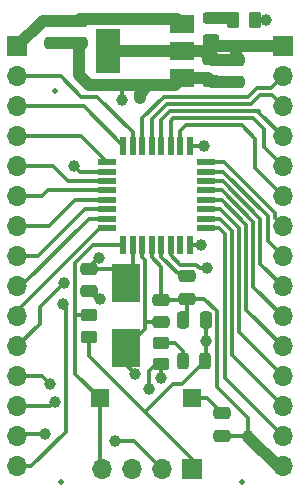
<source format=gbr>
%TF.GenerationSoftware,KiCad,Pcbnew,(6.0.0)*%
%TF.CreationDate,2022-05-02T13:28:23+02:00*%
%TF.ProjectId,STM8_Breakout-board,53544d38-5f42-4726-9561-6b6f75742d62,rev?*%
%TF.SameCoordinates,PX7e5ca20PY62fdcc0*%
%TF.FileFunction,Copper,L1,Top*%
%TF.FilePolarity,Positive*%
%FSLAX46Y46*%
G04 Gerber Fmt 4.6, Leading zero omitted, Abs format (unit mm)*
G04 Created by KiCad (PCBNEW (6.0.0)) date 2022-05-02 13:28:23*
%MOMM*%
%LPD*%
G01*
G04 APERTURE LIST*
G04 Aperture macros list*
%AMRoundRect*
0 Rectangle with rounded corners*
0 $1 Rounding radius*
0 $2 $3 $4 $5 $6 $7 $8 $9 X,Y pos of 4 corners*
0 Add a 4 corners polygon primitive as box body*
4,1,4,$2,$3,$4,$5,$6,$7,$8,$9,$2,$3,0*
0 Add four circle primitives for the rounded corners*
1,1,$1+$1,$2,$3*
1,1,$1+$1,$4,$5*
1,1,$1+$1,$6,$7*
1,1,$1+$1,$8,$9*
0 Add four rect primitives between the rounded corners*
20,1,$1+$1,$2,$3,$4,$5,0*
20,1,$1+$1,$4,$5,$6,$7,0*
20,1,$1+$1,$6,$7,$8,$9,0*
20,1,$1+$1,$8,$9,$2,$3,0*%
G04 Aperture macros list end*
%TA.AperFunction,SMDPad,CuDef*%
%ADD10C,0.500000*%
%TD*%
%TA.AperFunction,SMDPad,CuDef*%
%ADD11RoundRect,0.250000X-0.450000X0.262500X-0.450000X-0.262500X0.450000X-0.262500X0.450000X0.262500X0*%
%TD*%
%TA.AperFunction,SMDPad,CuDef*%
%ADD12RoundRect,0.250000X-0.475000X0.250000X-0.475000X-0.250000X0.475000X-0.250000X0.475000X0.250000X0*%
%TD*%
%TA.AperFunction,SMDPad,CuDef*%
%ADD13RoundRect,0.243750X-0.243750X-0.456250X0.243750X-0.456250X0.243750X0.456250X-0.243750X0.456250X0*%
%TD*%
%TA.AperFunction,SMDPad,CuDef*%
%ADD14RoundRect,0.250000X0.450000X-0.262500X0.450000X0.262500X-0.450000X0.262500X-0.450000X-0.262500X0*%
%TD*%
%TA.AperFunction,SMDPad,CuDef*%
%ADD15RoundRect,0.250000X-0.262500X-0.450000X0.262500X-0.450000X0.262500X0.450000X-0.262500X0.450000X0*%
%TD*%
%TA.AperFunction,SMDPad,CuDef*%
%ADD16RoundRect,0.243750X-0.456250X0.243750X-0.456250X-0.243750X0.456250X-0.243750X0.456250X0.243750X0*%
%TD*%
%TA.AperFunction,SMDPad,CuDef*%
%ADD17R,0.550000X1.500000*%
%TD*%
%TA.AperFunction,SMDPad,CuDef*%
%ADD18R,1.500000X0.550000*%
%TD*%
%TA.AperFunction,SMDPad,CuDef*%
%ADD19RoundRect,0.250000X0.250000X0.475000X-0.250000X0.475000X-0.250000X-0.475000X0.250000X-0.475000X0*%
%TD*%
%TA.AperFunction,SMDPad,CuDef*%
%ADD20R,2.000000X1.500000*%
%TD*%
%TA.AperFunction,SMDPad,CuDef*%
%ADD21R,2.000000X3.800000*%
%TD*%
%TA.AperFunction,SMDPad,CuDef*%
%ADD22RoundRect,0.250000X0.475000X-0.250000X0.475000X0.250000X-0.475000X0.250000X-0.475000X-0.250000X0*%
%TD*%
%TA.AperFunction,SMDPad,CuDef*%
%ADD23R,1.500000X1.500000*%
%TD*%
%TA.AperFunction,SMDPad,CuDef*%
%ADD24R,2.400000X3.325000*%
%TD*%
%TA.AperFunction,ComponentPad*%
%ADD25R,1.700000X1.700000*%
%TD*%
%TA.AperFunction,ComponentPad*%
%ADD26O,1.700000X1.700000*%
%TD*%
%TA.AperFunction,ViaPad*%
%ADD27C,1.000000*%
%TD*%
%TA.AperFunction,Conductor*%
%ADD28C,0.300000*%
%TD*%
%TA.AperFunction,Conductor*%
%ADD29C,1.000000*%
%TD*%
G04 APERTURE END LIST*
D10*
%TO.P,REF\u002A\u002A,*%
%TO.N,*%
X20500000Y1500000D03*
%TD*%
D11*
%TO.P,R3,1*%
%TO.N,Net-(D2-Pad1)*%
X13700000Y13312500D03*
%TO.P,R3,2*%
%TO.N,PE5*%
X13700000Y11487500D03*
%TD*%
D12*
%TO.P,C7,1*%
%TO.N,+5V*%
X4500000Y40550000D03*
%TO.P,C7,2*%
%TO.N,GND*%
X4500000Y38650000D03*
%TD*%
D10*
%TO.P,REF\u002A\u002A,*%
%TO.N,*%
X4700000Y34600000D03*
%TD*%
D13*
%TO.P,D2,1,K*%
%TO.N,Net-(D2-Pad1)*%
X15562500Y11800000D03*
%TO.P,D2,2,A*%
%TO.N,+3V3*%
X17437500Y11800000D03*
%TD*%
D14*
%TO.P,R1,1*%
%TO.N,+3V3*%
X7600000Y13800000D03*
%TO.P,R1,2*%
%TO.N,NRST*%
X7600000Y15625000D03*
%TD*%
D15*
%TO.P,R2,1*%
%TO.N,Net-(D1-Pad1)*%
X19787500Y40600000D03*
%TO.P,R2,2*%
%TO.N,GND*%
X21612500Y40600000D03*
%TD*%
D12*
%TO.P,C2,1*%
%TO.N,XTAL_A*%
X7600000Y19550000D03*
%TO.P,C2,2*%
%TO.N,GND*%
X7600000Y17650000D03*
%TD*%
%TO.P,C6,1*%
%TO.N,+5V*%
X6700000Y40550000D03*
%TO.P,C6,2*%
%TO.N,GND*%
X6700000Y38650000D03*
%TD*%
%TO.P,C8,1*%
%TO.N,+3V3*%
X17900000Y37350000D03*
%TO.P,C8,2*%
%TO.N,GND*%
X17900000Y35450000D03*
%TD*%
D16*
%TO.P,D1,1,K*%
%TO.N,Net-(D1-Pad1)*%
X17900000Y40837500D03*
%TO.P,D1,2,A*%
%TO.N,+3V3*%
X17900000Y38962500D03*
%TD*%
D10*
%TO.P,REF\u002A\u002A,*%
%TO.N,*%
X5200000Y1500000D03*
%TD*%
D12*
%TO.P,C1,1*%
%TO.N,Net-(C1-Pad1)*%
X18800000Y7350000D03*
%TO.P,C1,2*%
%TO.N,GND*%
X18800000Y5450000D03*
%TD*%
D17*
%TO.P,U1,1,NRST*%
%TO.N,NRST*%
X10500000Y21600000D03*
%TO.P,U1,2,OSCIN/PA1*%
%TO.N,XTAL_A*%
X11300000Y21600000D03*
%TO.P,U1,3,OSCOUT/PA2*%
%TO.N,XTAL_B*%
X12100000Y21600000D03*
%TO.P,U1,4,VSS*%
%TO.N,GND*%
X12900000Y21600000D03*
%TO.P,U1,5,VCAP*%
%TO.N,Net-(C4-Pad1)*%
X13700000Y21600000D03*
%TO.P,U1,6,VDD*%
%TO.N,+3V3*%
X14500000Y21600000D03*
%TO.P,U1,7,PA3/TIM2_CH3[SPI_NSS]*%
%TO.N,unconnected-(U1-Pad7)*%
X15300000Y21600000D03*
%TO.P,U1,8,PF4*%
%TO.N,PF4*%
X16100000Y21600000D03*
D18*
%TO.P,U1,9,PB7*%
%TO.N,PB7*%
X17500000Y23000000D03*
%TO.P,U1,10,PB6*%
%TO.N,PB6*%
X17500000Y23800000D03*
%TO.P,U1,11,PB5/I2C_SDA*%
%TO.N,PB5*%
X17500000Y24600000D03*
%TO.P,U1,12,PB4/I2C_SCL*%
%TO.N,PB4*%
X17500000Y25400000D03*
%TO.P,U1,13,PB3/AIN3/TIM1_ETR*%
%TO.N,PB3*%
X17500000Y26200000D03*
%TO.P,U1,14,PB2/AIN2/TIM1_CH3N*%
%TO.N,PB2*%
X17500000Y27000000D03*
%TO.P,U1,15,PB1/AIN1/TIM1_CH2N*%
%TO.N,PB1*%
X17500000Y27800000D03*
%TO.P,U1,16,PB0/AIN0/TIM1_CH1N*%
%TO.N,PB0*%
X17500000Y28600000D03*
D17*
%TO.P,U1,17,PE5/SPI_NSS*%
%TO.N,PE5*%
X16100000Y30000000D03*
%TO.P,U1,18,PC1/TIM1_CH1/UART1_CK*%
%TO.N,PC1*%
X15300000Y30000000D03*
%TO.P,U1,19,PC2/TIM1_CH2*%
%TO.N,PC2*%
X14500000Y30000000D03*
%TO.P,U1,20,PC3/TIM1_CH3*%
%TO.N,PC3*%
X13700000Y30000000D03*
%TO.P,U1,21,PC4/TIM1_CH4/CLK_CCO*%
%TO.N,PC4*%
X12900000Y30000000D03*
%TO.P,U1,22,PC5/SPI_SCK*%
%TO.N,PC5*%
X12100000Y30000000D03*
%TO.P,U1,23,PC6/SPI_MOSI*%
%TO.N,PC6*%
X11300000Y30000000D03*
%TO.P,U1,24,PC7/SPI_MISO*%
%TO.N,PC7*%
X10500000Y30000000D03*
D18*
%TO.P,U1,25,PD0/TIM1_BKIN[CLK_CCO]*%
%TO.N,PD0*%
X9100000Y28600000D03*
%TO.P,U1,26,PD1/SWIM*%
%TO.N,SWIM*%
X9100000Y27800000D03*
%TO.P,U1,27,PD2[TIM2_CH3]*%
%TO.N,PD2*%
X9100000Y27000000D03*
%TO.P,U1,28,PD3/TIM2_CH2/ADC_ETR*%
%TO.N,PD3*%
X9100000Y26200000D03*
%TO.P,U1,29,PD4/BEEP/TIM2_CH1*%
%TO.N,PD4*%
X9100000Y25400000D03*
%TO.P,U1,30,PD5/UART1_TX*%
%TO.N,PD5*%
X9100000Y24600000D03*
%TO.P,U1,31,PD6/UART1_RX*%
%TO.N,PD6*%
X9100000Y23800000D03*
%TO.P,U1,32,PD7/TLI[TIM1_CH4]*%
%TO.N,PD7*%
X9100000Y23000000D03*
%TD*%
D19*
%TO.P,C5,1*%
%TO.N,+3V3*%
X17450000Y15200000D03*
%TO.P,C5,2*%
%TO.N,GND*%
X15550000Y15200000D03*
%TD*%
D20*
%TO.P,U2,1,GND*%
%TO.N,GND*%
X15450000Y35700000D03*
%TO.P,U2,2,VO*%
%TO.N,+3V3*%
X15450000Y38000000D03*
D21*
X9150000Y38000000D03*
D20*
%TO.P,U2,3,VI*%
%TO.N,+5V*%
X15450000Y40300000D03*
%TD*%
D12*
%TO.P,C9,1*%
%TO.N,+3V3*%
X20000000Y37250000D03*
%TO.P,C9,2*%
%TO.N,GND*%
X20000000Y35350000D03*
%TD*%
D22*
%TO.P,C3,1*%
%TO.N,XTAL_B*%
X13700000Y15050000D03*
%TO.P,C3,2*%
%TO.N,GND*%
X13700000Y16950000D03*
%TD*%
D23*
%TO.P,SW1,1,1*%
%TO.N,Net-(C1-Pad1)*%
X16300000Y8600000D03*
%TO.P,SW1,2,2*%
%TO.N,NRST*%
X8500000Y8600000D03*
%TD*%
D12*
%TO.P,C4,1*%
%TO.N,Net-(C4-Pad1)*%
X15900000Y18950000D03*
%TO.P,C4,2*%
%TO.N,GND*%
X15900000Y17050000D03*
%TD*%
D24*
%TO.P,Y1,1,1*%
%TO.N,XTAL_A*%
X10700000Y18362500D03*
%TO.P,Y1,2,2*%
%TO.N,XTAL_B*%
X10700000Y12837500D03*
%TD*%
D25*
%TO.P,J1,1,Pin_1*%
%TO.N,+3V3*%
X24000000Y38420000D03*
D26*
%TO.P,J1,2,Pin_2*%
%TO.N,PC5*%
X24000000Y35880000D03*
%TO.P,J1,3,Pin_3*%
%TO.N,PC4*%
X24000000Y33340000D03*
%TO.P,J1,4,Pin_4*%
%TO.N,PC3*%
X24000000Y30800000D03*
%TO.P,J1,5,Pin_5*%
%TO.N,PC2*%
X24000000Y28260000D03*
%TO.P,J1,6,Pin_6*%
%TO.N,PC1*%
X24000000Y25720000D03*
%TO.P,J1,7,Pin_7*%
%TO.N,PB0*%
X24000000Y23180000D03*
%TO.P,J1,8,Pin_8*%
%TO.N,PB1*%
X24000000Y20640000D03*
%TO.P,J1,9,Pin_9*%
%TO.N,PB2*%
X24000000Y18100000D03*
%TO.P,J1,10,Pin_10*%
%TO.N,PB3*%
X24000000Y15560000D03*
%TO.P,J1,11,Pin_11*%
%TO.N,PB4*%
X24000000Y13020000D03*
%TO.P,J1,12,Pin_12*%
%TO.N,PB5*%
X24000000Y10480000D03*
%TO.P,J1,13,Pin_13*%
%TO.N,PB6*%
X24000000Y7940000D03*
%TO.P,J1,14,Pin_14*%
%TO.N,PB7*%
X24000000Y5400000D03*
%TO.P,J1,15,Pin_15*%
%TO.N,GND*%
X24000000Y2860000D03*
%TD*%
D25*
%TO.P,J2,1,Pin_1*%
%TO.N,+3V3*%
X16300000Y2600000D03*
D26*
%TO.P,J2,2,Pin_2*%
%TO.N,SWIM*%
X13760000Y2600000D03*
%TO.P,J2,3,Pin_3*%
%TO.N,GND*%
X11220000Y2600000D03*
%TO.P,J2,4,Pin_4*%
%TO.N,NRST*%
X8680000Y2600000D03*
%TD*%
D25*
%TO.P,J3,1,Pin_1*%
%TO.N,+5V*%
X1500000Y38400000D03*
D26*
%TO.P,J3,2,Pin_2*%
%TO.N,PC6*%
X1500000Y35860000D03*
%TO.P,J3,3,Pin_3*%
%TO.N,PC7*%
X1500000Y33320000D03*
%TO.P,J3,4,Pin_4*%
%TO.N,PD0*%
X1500000Y30780000D03*
%TO.P,J3,5,Pin_5*%
%TO.N,PD2*%
X1500000Y28240000D03*
%TO.P,J3,6,Pin_6*%
%TO.N,PD3*%
X1500000Y25700000D03*
%TO.P,J3,7,Pin_7*%
%TO.N,PD4*%
X1500000Y23160000D03*
%TO.P,J3,8,Pin_8*%
%TO.N,PD5*%
X1500000Y20620000D03*
%TO.P,J3,9,Pin_9*%
%TO.N,PD6*%
X1500000Y18080000D03*
%TO.P,J3,10,Pin_10*%
%TO.N,PD7*%
X1500000Y15540000D03*
%TO.P,J3,11,Pin_11*%
%TO.N,XTAL_A*%
X1500000Y13000000D03*
%TO.P,J3,12,Pin_12*%
%TO.N,XTAL_B*%
X1500000Y10460000D03*
%TO.P,J3,13,Pin_13*%
%TO.N,PE5*%
X1500000Y7920000D03*
%TO.P,J3,14,Pin_14*%
%TO.N,PF4*%
X1500000Y5380000D03*
%TO.P,J3,15,Pin_15*%
%TO.N,GND*%
X1500000Y2840000D03*
%TD*%
D27*
%TO.N,GND*%
X21050978Y5425978D03*
X10400000Y33900000D03*
X22600000Y40600000D03*
X5337500Y16562500D03*
X11900000Y34000000D03*
X8525000Y16975000D03*
%TO.N,XTAL_A*%
X5425000Y18325000D03*
X8400000Y20500000D03*
%TO.N,XTAL_B*%
X4271494Y9828506D03*
X11500000Y10700000D03*
%TO.N,+3V3*%
X17450000Y13425000D03*
X22220000Y38420000D03*
X17600000Y19600000D03*
%TO.N,SWIM*%
X6325000Y28275000D03*
X9800000Y5000000D03*
%TO.N,PE5*%
X13700000Y10300000D03*
X17300000Y30000000D03*
X4662500Y8262500D03*
X12700000Y9400000D03*
%TO.N,PF4*%
X17050000Y21600000D03*
X3850000Y5600000D03*
%TD*%
D28*
%TO.N,Net-(C1-Pad1)*%
X17550000Y8600000D02*
X16300000Y8600000D01*
X18800000Y7350000D02*
X17550000Y8600000D01*
D29*
%TO.N,GND*%
X6700000Y38650000D02*
X6700000Y35950978D01*
D28*
X21612500Y40600000D02*
X22600000Y40600000D01*
X20951956Y5450000D02*
X21050978Y5350978D01*
X8525000Y16975000D02*
X8275000Y16975000D01*
X15900000Y17050000D02*
X15900000Y15550000D01*
D29*
X11900000Y34400000D02*
X11900000Y34000000D01*
D28*
X18399520Y16000480D02*
X18399520Y9600480D01*
X13700000Y16950000D02*
X15800000Y16950000D01*
X21050978Y6949022D02*
X21050978Y5425978D01*
X2702081Y2840000D02*
X1500000Y2840000D01*
X15800000Y16950000D02*
X15900000Y17050000D01*
D29*
X7550978Y35100000D02*
X10200000Y35100000D01*
D28*
X15900000Y15550000D02*
X15550000Y15200000D01*
D29*
X12600000Y35100000D02*
X14850000Y35100000D01*
D28*
X13700000Y19750000D02*
X13700000Y16950000D01*
D29*
X4500000Y38650000D02*
X6700000Y38650000D01*
X18000000Y35350000D02*
X17900000Y35450000D01*
X6700000Y35950978D02*
X7550978Y35100000D01*
D28*
X10400000Y33900000D02*
X10400000Y34900000D01*
D29*
X10200000Y35100000D02*
X12600000Y35100000D01*
D28*
X5337500Y16562500D02*
X5649501Y16250499D01*
X5649501Y5787420D02*
X2702081Y2840000D01*
X12900000Y21600000D02*
X12900000Y20550000D01*
D29*
X20000000Y35350000D02*
X18000000Y35350000D01*
D28*
X21050978Y5425978D02*
X21050978Y5350978D01*
X10400000Y34900000D02*
X10200000Y35100000D01*
D29*
X14850000Y35100000D02*
X15450000Y35700000D01*
X24000000Y2860000D02*
X23541956Y2860000D01*
X15450000Y35700000D02*
X17650000Y35700000D01*
D28*
X18399520Y9600480D02*
X21050978Y6949022D01*
D29*
X23541956Y2860000D02*
X21050978Y5350978D01*
D28*
X5649501Y16250499D02*
X5649501Y5787420D01*
X18800000Y5450000D02*
X20951956Y5450000D01*
D29*
X12600000Y35100000D02*
X11900000Y34400000D01*
D28*
X8275000Y16975000D02*
X7600000Y17650000D01*
D29*
X17650000Y35700000D02*
X17900000Y35450000D01*
D28*
X17350000Y17050000D02*
X18399520Y16000480D01*
X15900000Y17050000D02*
X17350000Y17050000D01*
X12900000Y20550000D02*
X13700000Y19750000D01*
%TO.N,XTAL_A*%
X5400000Y18300000D02*
X3400000Y16300000D01*
X7600000Y19550000D02*
X7600000Y19700000D01*
X3400000Y14900000D02*
X1500000Y13000000D01*
X11300000Y18962500D02*
X11300000Y21600000D01*
X10700000Y18362500D02*
X11300000Y18962500D01*
X7600000Y19700000D02*
X8400000Y20500000D01*
X9512500Y19550000D02*
X10700000Y18362500D01*
X3400000Y16300000D02*
X3400000Y14900000D01*
X7600000Y19550000D02*
X9512500Y19550000D01*
%TO.N,XTAL_B*%
X1500000Y10460000D02*
X3596013Y10460000D01*
X10700000Y12837500D02*
X10700000Y11500000D01*
X12349511Y20300489D02*
X12100000Y20550000D01*
X12450000Y15050000D02*
X12349511Y14949511D01*
X10700000Y12837500D02*
X12349511Y14487011D01*
X10700000Y11500000D02*
X11500000Y10700000D01*
X12349511Y14949511D02*
X12349511Y20300489D01*
X3596013Y10460000D02*
X4249500Y9806513D01*
X12100000Y20550000D02*
X12100000Y21600000D01*
X12349511Y14487011D02*
X12349511Y14949511D01*
X13700000Y15050000D02*
X12450000Y15050000D01*
%TO.N,Net-(C4-Pad1)*%
X15900000Y18950000D02*
X15347836Y18950000D01*
X13700000Y20597836D02*
X13700000Y21600000D01*
X15347836Y18950000D02*
X13700000Y20597836D01*
%TO.N,+3V3*%
X12337989Y7437989D02*
X16300000Y3475978D01*
D29*
X20000000Y38300000D02*
X20120000Y38420000D01*
X17900000Y38962500D02*
X17900000Y38200000D01*
D28*
X17450000Y11812500D02*
X17437500Y11800000D01*
X16664270Y19900000D02*
X16964270Y19600000D01*
X17450000Y13425000D02*
X17450000Y11812500D01*
D29*
X18000000Y37250000D02*
X17900000Y37350000D01*
D28*
X7600000Y13800000D02*
X7600000Y12175978D01*
D29*
X24000000Y38420000D02*
X22220000Y38420000D01*
D28*
X14699511Y9799511D02*
X12337989Y7437989D01*
D29*
X20120000Y38420000D02*
X18120000Y38420000D01*
X17762500Y37487500D02*
X17900000Y37350000D01*
X18120000Y38420000D02*
X17900000Y38200000D01*
D28*
X14500000Y21600000D02*
X14500000Y20700000D01*
D29*
X22220000Y38420000D02*
X20120000Y38420000D01*
X15450000Y38000000D02*
X17250000Y38000000D01*
X17250000Y38000000D02*
X17900000Y37350000D01*
D28*
X15437011Y9799511D02*
X14699511Y9799511D01*
D29*
X20000000Y37250000D02*
X20000000Y38300000D01*
D28*
X14500000Y20700000D02*
X15300000Y19900000D01*
X17450000Y13550000D02*
X17450000Y13425000D01*
X7600000Y12175978D02*
X12337989Y7437989D01*
X15300000Y19900000D02*
X16664270Y19900000D01*
X16964270Y19600000D02*
X17600000Y19600000D01*
X17437500Y11800000D02*
X15437011Y9799511D01*
X16300000Y3475978D02*
X16300000Y2600000D01*
D29*
X17900000Y38200000D02*
X17900000Y37350000D01*
X9150000Y38000000D02*
X15450000Y38000000D01*
D28*
X17450000Y15200000D02*
X17450000Y13550000D01*
D29*
X20000000Y37250000D02*
X18000000Y37250000D01*
%TO.N,+5V*%
X1500000Y38400000D02*
X3650000Y40550000D01*
X6700000Y40550000D02*
X6849511Y40699511D01*
X15050489Y40699511D02*
X15450000Y40300000D01*
X4500000Y40550000D02*
X6700000Y40550000D01*
X3650000Y40550000D02*
X4500000Y40550000D01*
X6849511Y40699511D02*
X15050489Y40699511D01*
%TO.N,Net-(D1-Pad1)*%
X17900000Y40837500D02*
X19550000Y40837500D01*
X19550000Y40837500D02*
X19787500Y40600000D01*
D28*
%TO.N,Net-(D2-Pad1)*%
X14887500Y13312500D02*
X15562500Y12637500D01*
X13700000Y13312500D02*
X14887500Y13312500D01*
X15562500Y12637500D02*
X15562500Y11800000D01*
%TO.N,PB0*%
X23298042Y23881958D02*
X24000000Y23180000D01*
X23298043Y24293300D02*
X23298042Y23881958D01*
X18991343Y28600000D02*
X23298043Y24293300D01*
X17500000Y28600000D02*
X18991343Y28600000D01*
%TO.N,PB1*%
X18943508Y27800000D02*
X22698532Y24044976D01*
X17500000Y27800000D02*
X18943508Y27800000D01*
X22698530Y21941470D02*
X24000000Y20640000D01*
X22698532Y24044976D02*
X22698530Y21941470D01*
%TO.N,PB2*%
X18895672Y27000000D02*
X22099021Y23796651D01*
X17500000Y27000000D02*
X18895672Y27000000D01*
X22099021Y20000979D02*
X24000000Y18100000D01*
X22099021Y23796651D02*
X22099021Y20000979D01*
%TO.N,PB3*%
X18847836Y26200000D02*
X21499510Y23548326D01*
X21499510Y23548326D02*
X21499510Y18060490D01*
X21499510Y18060490D02*
X24000000Y15560000D01*
X17500000Y26200000D02*
X18847836Y26200000D01*
%TO.N,PB4*%
X20899990Y23300010D02*
X20899990Y16120010D01*
X18800000Y25400000D02*
X20899990Y23300010D01*
X17500000Y25400000D02*
X18800000Y25400000D01*
X20899990Y16120010D02*
X24000000Y13020000D01*
%TO.N,PB5*%
X18695672Y24600000D02*
X20300000Y22995672D01*
X20300000Y22995672D02*
X20300000Y14180000D01*
X17500000Y24600000D02*
X18695672Y24600000D01*
X20300000Y14180000D02*
X24000000Y10480000D01*
%TO.N,PB6*%
X17500000Y23800000D02*
X18647836Y23800000D01*
X19700000Y12240000D02*
X24000000Y7940000D01*
X18647836Y23800000D02*
X19700000Y22747836D01*
X19700000Y22747836D02*
X19700000Y12240000D01*
%TO.N,PB7*%
X17500000Y23000000D02*
X18600000Y23000000D01*
X19100000Y10300000D02*
X24000000Y5400000D01*
X19100000Y22500000D02*
X19100000Y10300000D01*
X18600000Y23000000D02*
X19100000Y22500000D01*
%TO.N,PC1*%
X21600000Y28120000D02*
X24000000Y25720000D01*
X20498080Y31701920D02*
X21600000Y30600000D01*
X15300000Y30000000D02*
X15300000Y31200000D01*
X15801920Y31701920D02*
X20498080Y31701920D01*
X21600000Y30600000D02*
X21600000Y28120000D01*
X15300000Y31200000D02*
X15801920Y31701920D01*
%TO.N,PC2*%
X22400000Y29860000D02*
X24000000Y28260000D01*
X14701440Y32301440D02*
X21500000Y32301440D01*
X21500000Y32301440D02*
X22400000Y31401440D01*
X14500000Y30000000D02*
X14500000Y32100000D01*
X22400000Y31401440D02*
X22400000Y29860000D01*
X14500000Y32100000D02*
X14701440Y32301440D01*
%TO.N,PC3*%
X14396660Y32900960D02*
X21999040Y32900960D01*
X21999040Y32800960D02*
X24000000Y30800000D01*
X13700000Y30000000D02*
X13700000Y32204300D01*
X13700000Y32204300D02*
X14396660Y32900960D01*
X21999040Y32900960D02*
X21999040Y32800960D01*
%TO.N,PC4*%
X12900000Y32252150D02*
X14148330Y33500480D01*
X22100000Y34300000D02*
X23040000Y34300000D01*
X14148330Y33500480D02*
X21300480Y33500480D01*
X12900000Y30000000D02*
X12900000Y32252150D01*
X21300480Y33500480D02*
X22100000Y34300000D01*
X23040000Y34300000D02*
X24000000Y33340000D01*
%TO.N,PC5*%
X21800000Y34900000D02*
X23020000Y34900000D01*
X12100000Y30000000D02*
X12100000Y32300000D01*
X12100000Y32300000D02*
X13900000Y34100000D01*
X23020000Y34900000D02*
X24000000Y35880000D01*
X21000000Y34100000D02*
X21800000Y34900000D01*
X13900000Y34100000D02*
X21000000Y34100000D01*
%TO.N,SWIM*%
X6800000Y27800000D02*
X6325000Y28275000D01*
X9800000Y5000000D02*
X11360000Y5000000D01*
X11360000Y5000000D02*
X13760000Y2600000D01*
X9100000Y27800000D02*
X6800000Y27800000D01*
%TO.N,NRST*%
X6425480Y10674520D02*
X6500000Y10600000D01*
X6475000Y15625000D02*
X6425480Y15674520D01*
X8500000Y8600000D02*
X8500000Y2780000D01*
X7600000Y15625000D02*
X6475000Y15625000D01*
X10500000Y21600000D02*
X7935730Y21600000D01*
X8500000Y8600000D02*
X6500000Y10600000D01*
X6425480Y15674520D02*
X6425480Y10674520D01*
X8500000Y2780000D02*
X8680000Y2600000D01*
X7935730Y21600000D02*
X6425480Y20089750D01*
X6425480Y20089750D02*
X6425480Y15674520D01*
%TO.N,PC6*%
X6921622Y34150480D02*
X5212102Y35860000D01*
X11300000Y30000000D02*
X11300000Y31124022D01*
X11300000Y31124022D02*
X8273542Y34150480D01*
X8273542Y34150480D02*
X6921622Y34150480D01*
X5212102Y35860000D02*
X1500000Y35860000D01*
%TO.N,PC7*%
X10500000Y30000000D02*
X7180000Y33320000D01*
X7180000Y33320000D02*
X1500000Y33320000D01*
%TO.N,PD0*%
X6920000Y30780000D02*
X1500000Y30780000D01*
X9100000Y28600000D02*
X6920000Y30780000D01*
%TO.N,PD2*%
X5800000Y27000000D02*
X4560000Y28240000D01*
X9100000Y27000000D02*
X5800000Y27000000D01*
X4560000Y28240000D02*
X1500000Y28240000D01*
%TO.N,PD3*%
X3600000Y25700000D02*
X1500000Y25700000D01*
X4100000Y26200000D02*
X3600000Y25700000D01*
X9100000Y26200000D02*
X4100000Y26200000D01*
%TO.N,PD4*%
X6400000Y25400000D02*
X4160000Y23160000D01*
X4160000Y23160000D02*
X1500000Y23160000D01*
X9100000Y25400000D02*
X6400000Y25400000D01*
%TO.N,PD5*%
X3220000Y20620000D02*
X1500000Y20620000D01*
X7200000Y24600000D02*
X3220000Y20620000D01*
X9100000Y24600000D02*
X7200000Y24600000D01*
%TO.N,PD6*%
X1832164Y18080000D02*
X1500000Y18080000D01*
X7552164Y23800000D02*
X1832164Y18080000D01*
X9100000Y23800000D02*
X7552164Y23800000D01*
%TO.N,PD7*%
X1500000Y16012106D02*
X1500000Y15540000D01*
X9100000Y23000000D02*
X8487894Y23000000D01*
X8487894Y23000000D02*
X1500000Y16012106D01*
%TO.N,PE5*%
X13700000Y10300000D02*
X13700000Y11487500D01*
X13287500Y11487500D02*
X12700000Y10900000D01*
X4320000Y7920000D02*
X1500000Y7920000D01*
X4662500Y8262500D02*
X4320000Y7920000D01*
X13700000Y11487500D02*
X13287500Y11487500D01*
X12700000Y10900000D02*
X12700000Y9400000D01*
X16100000Y30000000D02*
X17300000Y30000000D01*
%TO.N,PF4*%
X1720000Y5600000D02*
X1500000Y5380000D01*
X16100000Y21600000D02*
X16900000Y21600000D01*
X3850000Y5600000D02*
X1720000Y5600000D01*
%TD*%
M02*

</source>
